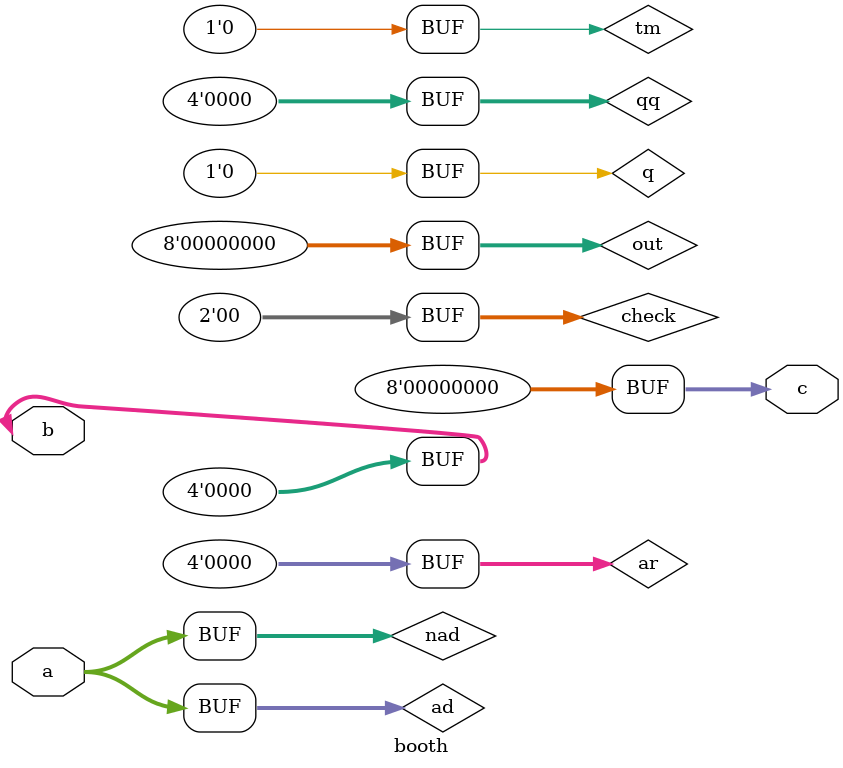
<source format=sv>
`timescale 1ns / 1ps
module booth(input [3:0]a,input [3:0]b,output [7:0]c);
reg tm;
reg [7:0]out;
reg [1:0]check=0;
reg [3:0]ad=a;
reg [3:0]nad=a;
reg [3:0]ar=4'b0000;
reg [3:0]qq=0;
reg q=0;
initial 
    begin
    ad=a;
    nad=-ad;
    qq=b;
end
initial 
    begin
    for(int i=0;i<4;i++)
       begin
        check={qq[0],q};

        if(check==2'b10)
            ar=ar+nad;
        else if(check==2'b01)
            ar=ar+ad;
        q=qq[0];
        qq=qq>>>1;
        qq[3]=ar[0];
        tm=ar[3];
        ar=ar>>>1;
        ar[3]=tm;
        end
        /*check={qq[0],q};
        
        if(check==2'b10)
            ar=ar+nm;
        else if(check==2'b01)
            ar=ar+m;
        q=qq[0];
        qq=qq>>>1;
        qq[3]=ar[0];
        tm=ar[3];
        ar=ar>>>1;
        ar[3]=tm;
        
        check={qq[0],q};
                
        if(check==2'b10)
           ar=ar+nm;
        else if(check==2'b01)
           ar=ar+m;
        q=qq[0];
        qq=qq>>>1;
        qq[3]=ar[0];
        tm=ar[3];
        ar=ar>>>1;
        ar[3]=tm;
        
        check={qq[0],q};
                        
        if(check==2'b10)
           ar=ar+nm;
        else if(check==2'b01)
           ar=ar+m;
        q=qq[0];
        qq=qq>>>1;
        qq[3]=ar[0];
        tm=ar[3];
        ar=ar>>>1;
        ar[3]=tm;*/
        
    out={ar,qq};
    end
assign c=out;
endmodule


</source>
